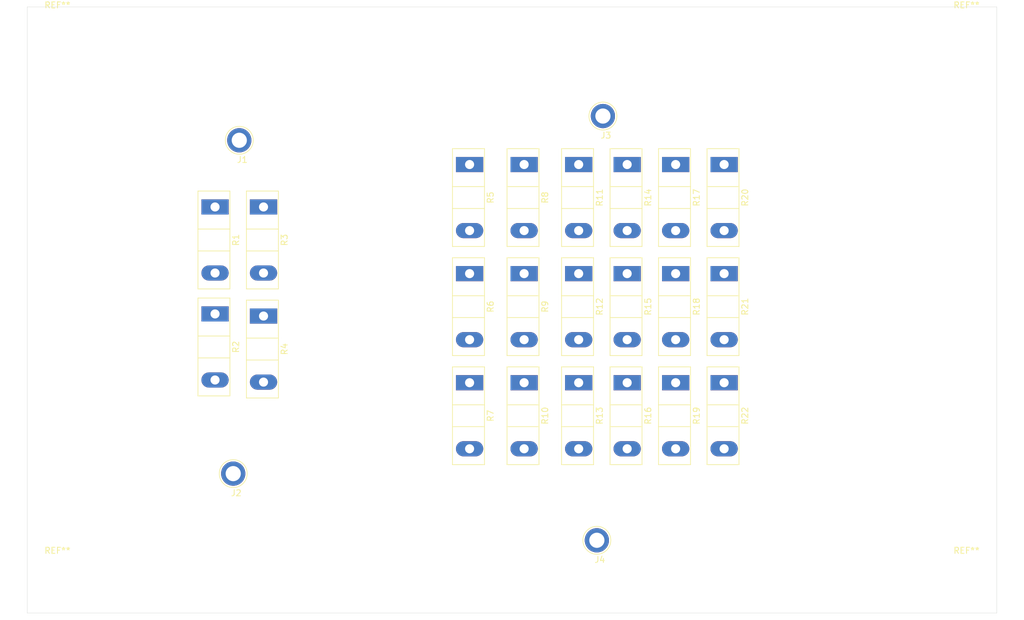
<source format=kicad_pcb>
(kicad_pcb (version 20171130) (host pcbnew "(5.1.0)-1")

  (general
    (thickness 1.6)
    (drawings 4)
    (tracks 0)
    (zones 0)
    (modules 30)
    (nets 19)
  )

  (page A4)
  (layers
    (0 F.Cu signal)
    (31 B.Cu signal)
    (32 B.Adhes user)
    (33 F.Adhes user)
    (34 B.Paste user)
    (35 F.Paste user)
    (36 B.SilkS user)
    (37 F.SilkS user)
    (38 B.Mask user)
    (39 F.Mask user)
    (40 Dwgs.User user)
    (41 Cmts.User user)
    (42 Eco1.User user)
    (43 Eco2.User user)
    (44 Edge.Cuts user)
    (45 Margin user)
    (46 B.CrtYd user)
    (47 F.CrtYd user)
    (48 B.Fab user)
    (49 F.Fab user)
  )

  (setup
    (last_trace_width 0.25)
    (trace_clearance 0.2)
    (zone_clearance 0.508)
    (zone_45_only no)
    (trace_min 0.2)
    (via_size 0.8)
    (via_drill 0.4)
    (via_min_size 0.4)
    (via_min_drill 0.3)
    (uvia_size 0.3)
    (uvia_drill 0.1)
    (uvias_allowed no)
    (uvia_min_size 0.2)
    (uvia_min_drill 0.1)
    (edge_width 0.05)
    (segment_width 0.2)
    (pcb_text_width 0.3)
    (pcb_text_size 1.5 1.5)
    (mod_edge_width 0.12)
    (mod_text_size 1 1)
    (mod_text_width 0.15)
    (pad_size 1.524 1.524)
    (pad_drill 0.762)
    (pad_to_mask_clearance 0.051)
    (solder_mask_min_width 0.25)
    (aux_axis_origin 0 0)
    (visible_elements FFFFFF7F)
    (pcbplotparams
      (layerselection 0x010fc_ffffffff)
      (usegerberextensions false)
      (usegerberattributes false)
      (usegerberadvancedattributes false)
      (creategerberjobfile false)
      (excludeedgelayer true)
      (linewidth 0.100000)
      (plotframeref false)
      (viasonmask false)
      (mode 1)
      (useauxorigin false)
      (hpglpennumber 1)
      (hpglpenspeed 20)
      (hpglpendiameter 15.000000)
      (psnegative false)
      (psa4output false)
      (plotreference true)
      (plotvalue true)
      (plotinvisibletext false)
      (padsonsilk false)
      (subtractmaskfromsilk false)
      (outputformat 1)
      (mirror false)
      (drillshape 1)
      (scaleselection 1)
      (outputdirectory ""))
  )

  (net 0 "")
  (net 1 "Net-(J1-Pad1)")
  (net 2 "Net-(J2-Pad1)")
  (net 3 "Net-(J3-Pad1)")
  (net 4 "Net-(J4-Pad1)")
  (net 5 "Net-(R1-Pad2)")
  (net 6 "Net-(R3-Pad2)")
  (net 7 "Net-(R5-Pad2)")
  (net 8 "Net-(R6-Pad2)")
  (net 9 "Net-(R8-Pad2)")
  (net 10 "Net-(R10-Pad1)")
  (net 11 "Net-(R11-Pad2)")
  (net 12 "Net-(R12-Pad2)")
  (net 13 "Net-(R14-Pad2)")
  (net 14 "Net-(R15-Pad2)")
  (net 15 "Net-(R17-Pad2)")
  (net 16 "Net-(R18-Pad2)")
  (net 17 "Net-(R20-Pad2)")
  (net 18 "Net-(R21-Pad2)")

  (net_class Default "This is the default net class."
    (clearance 0.2)
    (trace_width 0.25)
    (via_dia 0.8)
    (via_drill 0.4)
    (uvia_dia 0.3)
    (uvia_drill 0.1)
    (add_net "Net-(J1-Pad1)")
    (add_net "Net-(J2-Pad1)")
    (add_net "Net-(J3-Pad1)")
    (add_net "Net-(J4-Pad1)")
    (add_net "Net-(R1-Pad2)")
    (add_net "Net-(R10-Pad1)")
    (add_net "Net-(R11-Pad2)")
    (add_net "Net-(R12-Pad2)")
    (add_net "Net-(R14-Pad2)")
    (add_net "Net-(R15-Pad2)")
    (add_net "Net-(R17-Pad2)")
    (add_net "Net-(R18-Pad2)")
    (add_net "Net-(R20-Pad2)")
    (add_net "Net-(R21-Pad2)")
    (add_net "Net-(R3-Pad2)")
    (add_net "Net-(R5-Pad2)")
    (add_net "Net-(R6-Pad2)")
    (add_net "Net-(R8-Pad2)")
  )

  (module MountingHole:MountingHole_4.3mm_M4 (layer F.Cu) (tedit 56D1B4CB) (tstamp 5CD0C2ED)
    (at 35 125)
    (descr "Mounting Hole 4.3mm, no annular, M4")
    (tags "mounting hole 4.3mm no annular m4")
    (attr virtual)
    (fp_text reference REF** (at 0 -5.3) (layer F.SilkS)
      (effects (font (size 1 1) (thickness 0.15)))
    )
    (fp_text value MountingHole_4.3mm_M4 (at 0 5.3) (layer F.Fab)
      (effects (font (size 1 1) (thickness 0.15)))
    )
    (fp_circle (center 0 0) (end 4.55 0) (layer F.CrtYd) (width 0.05))
    (fp_circle (center 0 0) (end 4.3 0) (layer Cmts.User) (width 0.15))
    (fp_text user %R (at 0.3 0) (layer F.Fab)
      (effects (font (size 1 1) (thickness 0.15)))
    )
    (pad 1 np_thru_hole circle (at 0 0) (size 4.3 4.3) (drill 4.3) (layers *.Cu *.Mask))
  )

  (module MountingHole:MountingHole_4.3mm_M4 (layer F.Cu) (tedit 56D1B4CB) (tstamp 5CD0C2D0)
    (at 185 125)
    (descr "Mounting Hole 4.3mm, no annular, M4")
    (tags "mounting hole 4.3mm no annular m4")
    (attr virtual)
    (fp_text reference REF** (at 0 -5.3) (layer F.SilkS)
      (effects (font (size 1 1) (thickness 0.15)))
    )
    (fp_text value MountingHole_4.3mm_M4 (at 0 5.3) (layer F.Fab)
      (effects (font (size 1 1) (thickness 0.15)))
    )
    (fp_circle (center 0 0) (end 4.55 0) (layer F.CrtYd) (width 0.05))
    (fp_circle (center 0 0) (end 4.3 0) (layer Cmts.User) (width 0.15))
    (fp_text user %R (at 0.3 0) (layer F.Fab)
      (effects (font (size 1 1) (thickness 0.15)))
    )
    (pad 1 np_thru_hole circle (at 0 0) (size 4.3 4.3) (drill 4.3) (layers *.Cu *.Mask))
  )

  (module MountingHole:MountingHole_4.3mm_M4 (layer F.Cu) (tedit 56D1B4CB) (tstamp 5CD0C2B3)
    (at 185 35)
    (descr "Mounting Hole 4.3mm, no annular, M4")
    (tags "mounting hole 4.3mm no annular m4")
    (attr virtual)
    (fp_text reference REF** (at 0 -5.3) (layer F.SilkS)
      (effects (font (size 1 1) (thickness 0.15)))
    )
    (fp_text value MountingHole_4.3mm_M4 (at 0 5.3) (layer F.Fab)
      (effects (font (size 1 1) (thickness 0.15)))
    )
    (fp_circle (center 0 0) (end 4.55 0) (layer F.CrtYd) (width 0.05))
    (fp_circle (center 0 0) (end 4.3 0) (layer Cmts.User) (width 0.15))
    (fp_text user %R (at 0.3 0) (layer F.Fab)
      (effects (font (size 1 1) (thickness 0.15)))
    )
    (pad 1 np_thru_hole circle (at 0 0) (size 4.3 4.3) (drill 4.3) (layers *.Cu *.Mask))
  )

  (module MountingHole:MountingHole_4.3mm_M4 (layer F.Cu) (tedit 56D1B4CB) (tstamp 5CD0C281)
    (at 35 35)
    (descr "Mounting Hole 4.3mm, no annular, M4")
    (tags "mounting hole 4.3mm no annular m4")
    (attr virtual)
    (fp_text reference REF** (at 0 -5.3) (layer F.SilkS)
      (effects (font (size 1 1) (thickness 0.15)))
    )
    (fp_text value MountingHole_4.3mm_M4 (at 0 5.3) (layer F.Fab)
      (effects (font (size 1 1) (thickness 0.15)))
    )
    (fp_circle (center 0 0) (end 4.55 0) (layer F.CrtYd) (width 0.05))
    (fp_circle (center 0 0) (end 4.3 0) (layer Cmts.User) (width 0.15))
    (fp_text user %R (at 0.3 0) (layer F.Fab)
      (effects (font (size 1 1) (thickness 0.15)))
    )
    (pad 1 np_thru_hole circle (at 0 0) (size 4.3 4.3) (drill 4.3) (layers *.Cu *.Mask))
  )

  (module Package_TO_SOT_THT:TO-247-2_Vertical (layer F.Cu) (tedit 5AC86DC3) (tstamp 5CD0BF18)
    (at 145 92 270)
    (descr "TO-247-2, Vertical, RM 10.9mm, see https://toshiba.semicon-storage.com/us/product/mosfet/to-247-4l.html")
    (tags "TO-247-2 Vertical RM 10.9mm")
    (path /5CDB5737)
    (fp_text reference R22 (at 5.45 -3.45 270) (layer F.SilkS)
      (effects (font (size 1 1) (thickness 0.15)))
    )
    (fp_text value 20 (at 5.45 3.95 270) (layer F.Fab)
      (effects (font (size 1 1) (thickness 0.15)))
    )
    (fp_text user %R (at 5.45 -3.45 270) (layer F.Fab)
      (effects (font (size 1 1) (thickness 0.15)))
    )
    (fp_line (start 13.65 -2.59) (end -2.75 -2.59) (layer F.CrtYd) (width 0.05))
    (fp_line (start 13.65 2.95) (end 13.65 -2.59) (layer F.CrtYd) (width 0.05))
    (fp_line (start -2.75 2.95) (end 13.65 2.95) (layer F.CrtYd) (width 0.05))
    (fp_line (start -2.75 -2.59) (end -2.75 2.95) (layer F.CrtYd) (width 0.05))
    (fp_line (start 7.255 -2.451) (end 7.255 2.82) (layer F.SilkS) (width 0.12))
    (fp_line (start 3.646 -2.451) (end 3.646 2.82) (layer F.SilkS) (width 0.12))
    (fp_line (start 13.52 -2.451) (end 13.52 2.82) (layer F.SilkS) (width 0.12))
    (fp_line (start -2.62 -2.451) (end -2.62 2.82) (layer F.SilkS) (width 0.12))
    (fp_line (start -2.62 2.82) (end 13.52 2.82) (layer F.SilkS) (width 0.12))
    (fp_line (start -2.62 -2.451) (end 13.52 -2.451) (layer F.SilkS) (width 0.12))
    (fp_line (start 7.255 -2.33) (end 7.255 2.7) (layer F.Fab) (width 0.1))
    (fp_line (start 3.645 -2.33) (end 3.645 2.7) (layer F.Fab) (width 0.1))
    (fp_line (start 13.4 -2.33) (end -2.5 -2.33) (layer F.Fab) (width 0.1))
    (fp_line (start 13.4 2.7) (end 13.4 -2.33) (layer F.Fab) (width 0.1))
    (fp_line (start -2.5 2.7) (end 13.4 2.7) (layer F.Fab) (width 0.1))
    (fp_line (start -2.5 -2.33) (end -2.5 2.7) (layer F.Fab) (width 0.1))
    (pad 2 thru_hole oval (at 10.9 0 270) (size 2.5 4.5) (drill 1.5) (layers *.Cu *.Mask)
      (net 4 "Net-(J4-Pad1)"))
    (pad 1 thru_hole rect (at 0 0 270) (size 2.5 4.5) (drill 1.5) (layers *.Cu *.Mask)
      (net 18 "Net-(R21-Pad2)"))
    (model ${KISYS3DMOD}/Package_TO_SOT_THT.3dshapes/TO-247-2_Vertical.wrl
      (at (xyz 0 0 0))
      (scale (xyz 1 1 1))
      (rotate (xyz 0 0 0))
    )
  )

  (module Package_TO_SOT_THT:TO-247-2_Vertical (layer F.Cu) (tedit 5AC86DC3) (tstamp 5CD0BF01)
    (at 145 74 270)
    (descr "TO-247-2, Vertical, RM 10.9mm, see https://toshiba.semicon-storage.com/us/product/mosfet/to-247-4l.html")
    (tags "TO-247-2 Vertical RM 10.9mm")
    (path /5CDB5731)
    (fp_text reference R21 (at 5.45 -3.45 270) (layer F.SilkS)
      (effects (font (size 1 1) (thickness 0.15)))
    )
    (fp_text value 20 (at 5.45 3.95 270) (layer F.Fab)
      (effects (font (size 1 1) (thickness 0.15)))
    )
    (fp_text user %R (at 5.45 -3.45 270) (layer F.Fab)
      (effects (font (size 1 1) (thickness 0.15)))
    )
    (fp_line (start 13.65 -2.59) (end -2.75 -2.59) (layer F.CrtYd) (width 0.05))
    (fp_line (start 13.65 2.95) (end 13.65 -2.59) (layer F.CrtYd) (width 0.05))
    (fp_line (start -2.75 2.95) (end 13.65 2.95) (layer F.CrtYd) (width 0.05))
    (fp_line (start -2.75 -2.59) (end -2.75 2.95) (layer F.CrtYd) (width 0.05))
    (fp_line (start 7.255 -2.451) (end 7.255 2.82) (layer F.SilkS) (width 0.12))
    (fp_line (start 3.646 -2.451) (end 3.646 2.82) (layer F.SilkS) (width 0.12))
    (fp_line (start 13.52 -2.451) (end 13.52 2.82) (layer F.SilkS) (width 0.12))
    (fp_line (start -2.62 -2.451) (end -2.62 2.82) (layer F.SilkS) (width 0.12))
    (fp_line (start -2.62 2.82) (end 13.52 2.82) (layer F.SilkS) (width 0.12))
    (fp_line (start -2.62 -2.451) (end 13.52 -2.451) (layer F.SilkS) (width 0.12))
    (fp_line (start 7.255 -2.33) (end 7.255 2.7) (layer F.Fab) (width 0.1))
    (fp_line (start 3.645 -2.33) (end 3.645 2.7) (layer F.Fab) (width 0.1))
    (fp_line (start 13.4 -2.33) (end -2.5 -2.33) (layer F.Fab) (width 0.1))
    (fp_line (start 13.4 2.7) (end 13.4 -2.33) (layer F.Fab) (width 0.1))
    (fp_line (start -2.5 2.7) (end 13.4 2.7) (layer F.Fab) (width 0.1))
    (fp_line (start -2.5 -2.33) (end -2.5 2.7) (layer F.Fab) (width 0.1))
    (pad 2 thru_hole oval (at 10.9 0 270) (size 2.5 4.5) (drill 1.5) (layers *.Cu *.Mask)
      (net 18 "Net-(R21-Pad2)"))
    (pad 1 thru_hole rect (at 0 0 270) (size 2.5 4.5) (drill 1.5) (layers *.Cu *.Mask)
      (net 17 "Net-(R20-Pad2)"))
    (model ${KISYS3DMOD}/Package_TO_SOT_THT.3dshapes/TO-247-2_Vertical.wrl
      (at (xyz 0 0 0))
      (scale (xyz 1 1 1))
      (rotate (xyz 0 0 0))
    )
  )

  (module Package_TO_SOT_THT:TO-247-2_Vertical (layer F.Cu) (tedit 5AC86DC3) (tstamp 5CD0BEEA)
    (at 145 56 270)
    (descr "TO-247-2, Vertical, RM 10.9mm, see https://toshiba.semicon-storage.com/us/product/mosfet/to-247-4l.html")
    (tags "TO-247-2 Vertical RM 10.9mm")
    (path /5CDB572B)
    (fp_text reference R20 (at 5.45 -3.45 270) (layer F.SilkS)
      (effects (font (size 1 1) (thickness 0.15)))
    )
    (fp_text value 20 (at 5.45 3.95 270) (layer F.Fab)
      (effects (font (size 1 1) (thickness 0.15)))
    )
    (fp_text user %R (at 5.45 -3.45 270) (layer F.Fab)
      (effects (font (size 1 1) (thickness 0.15)))
    )
    (fp_line (start 13.65 -2.59) (end -2.75 -2.59) (layer F.CrtYd) (width 0.05))
    (fp_line (start 13.65 2.95) (end 13.65 -2.59) (layer F.CrtYd) (width 0.05))
    (fp_line (start -2.75 2.95) (end 13.65 2.95) (layer F.CrtYd) (width 0.05))
    (fp_line (start -2.75 -2.59) (end -2.75 2.95) (layer F.CrtYd) (width 0.05))
    (fp_line (start 7.255 -2.451) (end 7.255 2.82) (layer F.SilkS) (width 0.12))
    (fp_line (start 3.646 -2.451) (end 3.646 2.82) (layer F.SilkS) (width 0.12))
    (fp_line (start 13.52 -2.451) (end 13.52 2.82) (layer F.SilkS) (width 0.12))
    (fp_line (start -2.62 -2.451) (end -2.62 2.82) (layer F.SilkS) (width 0.12))
    (fp_line (start -2.62 2.82) (end 13.52 2.82) (layer F.SilkS) (width 0.12))
    (fp_line (start -2.62 -2.451) (end 13.52 -2.451) (layer F.SilkS) (width 0.12))
    (fp_line (start 7.255 -2.33) (end 7.255 2.7) (layer F.Fab) (width 0.1))
    (fp_line (start 3.645 -2.33) (end 3.645 2.7) (layer F.Fab) (width 0.1))
    (fp_line (start 13.4 -2.33) (end -2.5 -2.33) (layer F.Fab) (width 0.1))
    (fp_line (start 13.4 2.7) (end 13.4 -2.33) (layer F.Fab) (width 0.1))
    (fp_line (start -2.5 2.7) (end 13.4 2.7) (layer F.Fab) (width 0.1))
    (fp_line (start -2.5 -2.33) (end -2.5 2.7) (layer F.Fab) (width 0.1))
    (pad 2 thru_hole oval (at 10.9 0 270) (size 2.5 4.5) (drill 1.5) (layers *.Cu *.Mask)
      (net 17 "Net-(R20-Pad2)"))
    (pad 1 thru_hole rect (at 0 0 270) (size 2.5 4.5) (drill 1.5) (layers *.Cu *.Mask)
      (net 3 "Net-(J3-Pad1)"))
    (model ${KISYS3DMOD}/Package_TO_SOT_THT.3dshapes/TO-247-2_Vertical.wrl
      (at (xyz 0 0 0))
      (scale (xyz 1 1 1))
      (rotate (xyz 0 0 0))
    )
  )

  (module Package_TO_SOT_THT:TO-247-2_Vertical (layer F.Cu) (tedit 5AC86DC3) (tstamp 5CD0BED3)
    (at 137 92 270)
    (descr "TO-247-2, Vertical, RM 10.9mm, see https://toshiba.semicon-storage.com/us/product/mosfet/to-247-4l.html")
    (tags "TO-247-2 Vertical RM 10.9mm")
    (path /5CDB5723)
    (fp_text reference R19 (at 5.45 -3.45 270) (layer F.SilkS)
      (effects (font (size 1 1) (thickness 0.15)))
    )
    (fp_text value 20 (at 5.45 3.95 270) (layer F.Fab)
      (effects (font (size 1 1) (thickness 0.15)))
    )
    (fp_text user %R (at 5.45 -3.45 270) (layer F.Fab)
      (effects (font (size 1 1) (thickness 0.15)))
    )
    (fp_line (start 13.65 -2.59) (end -2.75 -2.59) (layer F.CrtYd) (width 0.05))
    (fp_line (start 13.65 2.95) (end 13.65 -2.59) (layer F.CrtYd) (width 0.05))
    (fp_line (start -2.75 2.95) (end 13.65 2.95) (layer F.CrtYd) (width 0.05))
    (fp_line (start -2.75 -2.59) (end -2.75 2.95) (layer F.CrtYd) (width 0.05))
    (fp_line (start 7.255 -2.451) (end 7.255 2.82) (layer F.SilkS) (width 0.12))
    (fp_line (start 3.646 -2.451) (end 3.646 2.82) (layer F.SilkS) (width 0.12))
    (fp_line (start 13.52 -2.451) (end 13.52 2.82) (layer F.SilkS) (width 0.12))
    (fp_line (start -2.62 -2.451) (end -2.62 2.82) (layer F.SilkS) (width 0.12))
    (fp_line (start -2.62 2.82) (end 13.52 2.82) (layer F.SilkS) (width 0.12))
    (fp_line (start -2.62 -2.451) (end 13.52 -2.451) (layer F.SilkS) (width 0.12))
    (fp_line (start 7.255 -2.33) (end 7.255 2.7) (layer F.Fab) (width 0.1))
    (fp_line (start 3.645 -2.33) (end 3.645 2.7) (layer F.Fab) (width 0.1))
    (fp_line (start 13.4 -2.33) (end -2.5 -2.33) (layer F.Fab) (width 0.1))
    (fp_line (start 13.4 2.7) (end 13.4 -2.33) (layer F.Fab) (width 0.1))
    (fp_line (start -2.5 2.7) (end 13.4 2.7) (layer F.Fab) (width 0.1))
    (fp_line (start -2.5 -2.33) (end -2.5 2.7) (layer F.Fab) (width 0.1))
    (pad 2 thru_hole oval (at 10.9 0 270) (size 2.5 4.5) (drill 1.5) (layers *.Cu *.Mask)
      (net 4 "Net-(J4-Pad1)"))
    (pad 1 thru_hole rect (at 0 0 270) (size 2.5 4.5) (drill 1.5) (layers *.Cu *.Mask)
      (net 16 "Net-(R18-Pad2)"))
    (model ${KISYS3DMOD}/Package_TO_SOT_THT.3dshapes/TO-247-2_Vertical.wrl
      (at (xyz 0 0 0))
      (scale (xyz 1 1 1))
      (rotate (xyz 0 0 0))
    )
  )

  (module Package_TO_SOT_THT:TO-247-2_Vertical (layer F.Cu) (tedit 5AC86DC3) (tstamp 5CD0BEBC)
    (at 137 74 270)
    (descr "TO-247-2, Vertical, RM 10.9mm, see https://toshiba.semicon-storage.com/us/product/mosfet/to-247-4l.html")
    (tags "TO-247-2 Vertical RM 10.9mm")
    (path /5CDB571D)
    (fp_text reference R18 (at 5.45 -3.45 270) (layer F.SilkS)
      (effects (font (size 1 1) (thickness 0.15)))
    )
    (fp_text value 20 (at 5.45 3.95 270) (layer F.Fab)
      (effects (font (size 1 1) (thickness 0.15)))
    )
    (fp_text user %R (at 5.45 -3.45 270) (layer F.Fab)
      (effects (font (size 1 1) (thickness 0.15)))
    )
    (fp_line (start 13.65 -2.59) (end -2.75 -2.59) (layer F.CrtYd) (width 0.05))
    (fp_line (start 13.65 2.95) (end 13.65 -2.59) (layer F.CrtYd) (width 0.05))
    (fp_line (start -2.75 2.95) (end 13.65 2.95) (layer F.CrtYd) (width 0.05))
    (fp_line (start -2.75 -2.59) (end -2.75 2.95) (layer F.CrtYd) (width 0.05))
    (fp_line (start 7.255 -2.451) (end 7.255 2.82) (layer F.SilkS) (width 0.12))
    (fp_line (start 3.646 -2.451) (end 3.646 2.82) (layer F.SilkS) (width 0.12))
    (fp_line (start 13.52 -2.451) (end 13.52 2.82) (layer F.SilkS) (width 0.12))
    (fp_line (start -2.62 -2.451) (end -2.62 2.82) (layer F.SilkS) (width 0.12))
    (fp_line (start -2.62 2.82) (end 13.52 2.82) (layer F.SilkS) (width 0.12))
    (fp_line (start -2.62 -2.451) (end 13.52 -2.451) (layer F.SilkS) (width 0.12))
    (fp_line (start 7.255 -2.33) (end 7.255 2.7) (layer F.Fab) (width 0.1))
    (fp_line (start 3.645 -2.33) (end 3.645 2.7) (layer F.Fab) (width 0.1))
    (fp_line (start 13.4 -2.33) (end -2.5 -2.33) (layer F.Fab) (width 0.1))
    (fp_line (start 13.4 2.7) (end 13.4 -2.33) (layer F.Fab) (width 0.1))
    (fp_line (start -2.5 2.7) (end 13.4 2.7) (layer F.Fab) (width 0.1))
    (fp_line (start -2.5 -2.33) (end -2.5 2.7) (layer F.Fab) (width 0.1))
    (pad 2 thru_hole oval (at 10.9 0 270) (size 2.5 4.5) (drill 1.5) (layers *.Cu *.Mask)
      (net 16 "Net-(R18-Pad2)"))
    (pad 1 thru_hole rect (at 0 0 270) (size 2.5 4.5) (drill 1.5) (layers *.Cu *.Mask)
      (net 15 "Net-(R17-Pad2)"))
    (model ${KISYS3DMOD}/Package_TO_SOT_THT.3dshapes/TO-247-2_Vertical.wrl
      (at (xyz 0 0 0))
      (scale (xyz 1 1 1))
      (rotate (xyz 0 0 0))
    )
  )

  (module Package_TO_SOT_THT:TO-247-2_Vertical (layer F.Cu) (tedit 5AC86DC3) (tstamp 5CD0BEA5)
    (at 137 56 270)
    (descr "TO-247-2, Vertical, RM 10.9mm, see https://toshiba.semicon-storage.com/us/product/mosfet/to-247-4l.html")
    (tags "TO-247-2 Vertical RM 10.9mm")
    (path /5CDB5717)
    (fp_text reference R17 (at 5.45 -3.45 270) (layer F.SilkS)
      (effects (font (size 1 1) (thickness 0.15)))
    )
    (fp_text value 20 (at 5.45 3.95 270) (layer F.Fab)
      (effects (font (size 1 1) (thickness 0.15)))
    )
    (fp_text user %R (at 5.45 -3.45 270) (layer F.Fab)
      (effects (font (size 1 1) (thickness 0.15)))
    )
    (fp_line (start 13.65 -2.59) (end -2.75 -2.59) (layer F.CrtYd) (width 0.05))
    (fp_line (start 13.65 2.95) (end 13.65 -2.59) (layer F.CrtYd) (width 0.05))
    (fp_line (start -2.75 2.95) (end 13.65 2.95) (layer F.CrtYd) (width 0.05))
    (fp_line (start -2.75 -2.59) (end -2.75 2.95) (layer F.CrtYd) (width 0.05))
    (fp_line (start 7.255 -2.451) (end 7.255 2.82) (layer F.SilkS) (width 0.12))
    (fp_line (start 3.646 -2.451) (end 3.646 2.82) (layer F.SilkS) (width 0.12))
    (fp_line (start 13.52 -2.451) (end 13.52 2.82) (layer F.SilkS) (width 0.12))
    (fp_line (start -2.62 -2.451) (end -2.62 2.82) (layer F.SilkS) (width 0.12))
    (fp_line (start -2.62 2.82) (end 13.52 2.82) (layer F.SilkS) (width 0.12))
    (fp_line (start -2.62 -2.451) (end 13.52 -2.451) (layer F.SilkS) (width 0.12))
    (fp_line (start 7.255 -2.33) (end 7.255 2.7) (layer F.Fab) (width 0.1))
    (fp_line (start 3.645 -2.33) (end 3.645 2.7) (layer F.Fab) (width 0.1))
    (fp_line (start 13.4 -2.33) (end -2.5 -2.33) (layer F.Fab) (width 0.1))
    (fp_line (start 13.4 2.7) (end 13.4 -2.33) (layer F.Fab) (width 0.1))
    (fp_line (start -2.5 2.7) (end 13.4 2.7) (layer F.Fab) (width 0.1))
    (fp_line (start -2.5 -2.33) (end -2.5 2.7) (layer F.Fab) (width 0.1))
    (pad 2 thru_hole oval (at 10.9 0 270) (size 2.5 4.5) (drill 1.5) (layers *.Cu *.Mask)
      (net 15 "Net-(R17-Pad2)"))
    (pad 1 thru_hole rect (at 0 0 270) (size 2.5 4.5) (drill 1.5) (layers *.Cu *.Mask)
      (net 3 "Net-(J3-Pad1)"))
    (model ${KISYS3DMOD}/Package_TO_SOT_THT.3dshapes/TO-247-2_Vertical.wrl
      (at (xyz 0 0 0))
      (scale (xyz 1 1 1))
      (rotate (xyz 0 0 0))
    )
  )

  (module Package_TO_SOT_THT:TO-247-2_Vertical (layer F.Cu) (tedit 5AC86DC3) (tstamp 5CD0BE8E)
    (at 129 92 270)
    (descr "TO-247-2, Vertical, RM 10.9mm, see https://toshiba.semicon-storage.com/us/product/mosfet/to-247-4l.html")
    (tags "TO-247-2 Vertical RM 10.9mm")
    (path /5CDAE460)
    (fp_text reference R16 (at 5.45 -3.45 270) (layer F.SilkS)
      (effects (font (size 1 1) (thickness 0.15)))
    )
    (fp_text value 20 (at 5.45 3.95 270) (layer F.Fab)
      (effects (font (size 1 1) (thickness 0.15)))
    )
    (fp_text user %R (at 5.45 -3.45 270) (layer F.Fab)
      (effects (font (size 1 1) (thickness 0.15)))
    )
    (fp_line (start 13.65 -2.59) (end -2.75 -2.59) (layer F.CrtYd) (width 0.05))
    (fp_line (start 13.65 2.95) (end 13.65 -2.59) (layer F.CrtYd) (width 0.05))
    (fp_line (start -2.75 2.95) (end 13.65 2.95) (layer F.CrtYd) (width 0.05))
    (fp_line (start -2.75 -2.59) (end -2.75 2.95) (layer F.CrtYd) (width 0.05))
    (fp_line (start 7.255 -2.451) (end 7.255 2.82) (layer F.SilkS) (width 0.12))
    (fp_line (start 3.646 -2.451) (end 3.646 2.82) (layer F.SilkS) (width 0.12))
    (fp_line (start 13.52 -2.451) (end 13.52 2.82) (layer F.SilkS) (width 0.12))
    (fp_line (start -2.62 -2.451) (end -2.62 2.82) (layer F.SilkS) (width 0.12))
    (fp_line (start -2.62 2.82) (end 13.52 2.82) (layer F.SilkS) (width 0.12))
    (fp_line (start -2.62 -2.451) (end 13.52 -2.451) (layer F.SilkS) (width 0.12))
    (fp_line (start 7.255 -2.33) (end 7.255 2.7) (layer F.Fab) (width 0.1))
    (fp_line (start 3.645 -2.33) (end 3.645 2.7) (layer F.Fab) (width 0.1))
    (fp_line (start 13.4 -2.33) (end -2.5 -2.33) (layer F.Fab) (width 0.1))
    (fp_line (start 13.4 2.7) (end 13.4 -2.33) (layer F.Fab) (width 0.1))
    (fp_line (start -2.5 2.7) (end 13.4 2.7) (layer F.Fab) (width 0.1))
    (fp_line (start -2.5 -2.33) (end -2.5 2.7) (layer F.Fab) (width 0.1))
    (pad 2 thru_hole oval (at 10.9 0 270) (size 2.5 4.5) (drill 1.5) (layers *.Cu *.Mask)
      (net 4 "Net-(J4-Pad1)"))
    (pad 1 thru_hole rect (at 0 0 270) (size 2.5 4.5) (drill 1.5) (layers *.Cu *.Mask)
      (net 14 "Net-(R15-Pad2)"))
    (model ${KISYS3DMOD}/Package_TO_SOT_THT.3dshapes/TO-247-2_Vertical.wrl
      (at (xyz 0 0 0))
      (scale (xyz 1 1 1))
      (rotate (xyz 0 0 0))
    )
  )

  (module Package_TO_SOT_THT:TO-247-2_Vertical (layer F.Cu) (tedit 5AC86DC3) (tstamp 5CD0BE77)
    (at 129 74 270)
    (descr "TO-247-2, Vertical, RM 10.9mm, see https://toshiba.semicon-storage.com/us/product/mosfet/to-247-4l.html")
    (tags "TO-247-2 Vertical RM 10.9mm")
    (path /5CDAE45A)
    (fp_text reference R15 (at 5.45 -3.45 270) (layer F.SilkS)
      (effects (font (size 1 1) (thickness 0.15)))
    )
    (fp_text value 20 (at 5.45 3.95 270) (layer F.Fab)
      (effects (font (size 1 1) (thickness 0.15)))
    )
    (fp_text user %R (at 5.45 -3.45 270) (layer F.Fab)
      (effects (font (size 1 1) (thickness 0.15)))
    )
    (fp_line (start 13.65 -2.59) (end -2.75 -2.59) (layer F.CrtYd) (width 0.05))
    (fp_line (start 13.65 2.95) (end 13.65 -2.59) (layer F.CrtYd) (width 0.05))
    (fp_line (start -2.75 2.95) (end 13.65 2.95) (layer F.CrtYd) (width 0.05))
    (fp_line (start -2.75 -2.59) (end -2.75 2.95) (layer F.CrtYd) (width 0.05))
    (fp_line (start 7.255 -2.451) (end 7.255 2.82) (layer F.SilkS) (width 0.12))
    (fp_line (start 3.646 -2.451) (end 3.646 2.82) (layer F.SilkS) (width 0.12))
    (fp_line (start 13.52 -2.451) (end 13.52 2.82) (layer F.SilkS) (width 0.12))
    (fp_line (start -2.62 -2.451) (end -2.62 2.82) (layer F.SilkS) (width 0.12))
    (fp_line (start -2.62 2.82) (end 13.52 2.82) (layer F.SilkS) (width 0.12))
    (fp_line (start -2.62 -2.451) (end 13.52 -2.451) (layer F.SilkS) (width 0.12))
    (fp_line (start 7.255 -2.33) (end 7.255 2.7) (layer F.Fab) (width 0.1))
    (fp_line (start 3.645 -2.33) (end 3.645 2.7) (layer F.Fab) (width 0.1))
    (fp_line (start 13.4 -2.33) (end -2.5 -2.33) (layer F.Fab) (width 0.1))
    (fp_line (start 13.4 2.7) (end 13.4 -2.33) (layer F.Fab) (width 0.1))
    (fp_line (start -2.5 2.7) (end 13.4 2.7) (layer F.Fab) (width 0.1))
    (fp_line (start -2.5 -2.33) (end -2.5 2.7) (layer F.Fab) (width 0.1))
    (pad 2 thru_hole oval (at 10.9 0 270) (size 2.5 4.5) (drill 1.5) (layers *.Cu *.Mask)
      (net 14 "Net-(R15-Pad2)"))
    (pad 1 thru_hole rect (at 0 0 270) (size 2.5 4.5) (drill 1.5) (layers *.Cu *.Mask)
      (net 13 "Net-(R14-Pad2)"))
    (model ${KISYS3DMOD}/Package_TO_SOT_THT.3dshapes/TO-247-2_Vertical.wrl
      (at (xyz 0 0 0))
      (scale (xyz 1 1 1))
      (rotate (xyz 0 0 0))
    )
  )

  (module Package_TO_SOT_THT:TO-247-2_Vertical (layer F.Cu) (tedit 5AC86DC3) (tstamp 5CD0BE60)
    (at 129 56 270)
    (descr "TO-247-2, Vertical, RM 10.9mm, see https://toshiba.semicon-storage.com/us/product/mosfet/to-247-4l.html")
    (tags "TO-247-2 Vertical RM 10.9mm")
    (path /5CDAE454)
    (fp_text reference R14 (at 5.45 -3.45 270) (layer F.SilkS)
      (effects (font (size 1 1) (thickness 0.15)))
    )
    (fp_text value 20 (at 5.45 3.95 270) (layer F.Fab)
      (effects (font (size 1 1) (thickness 0.15)))
    )
    (fp_text user %R (at 5.45 -3.45 270) (layer F.Fab)
      (effects (font (size 1 1) (thickness 0.15)))
    )
    (fp_line (start 13.65 -2.59) (end -2.75 -2.59) (layer F.CrtYd) (width 0.05))
    (fp_line (start 13.65 2.95) (end 13.65 -2.59) (layer F.CrtYd) (width 0.05))
    (fp_line (start -2.75 2.95) (end 13.65 2.95) (layer F.CrtYd) (width 0.05))
    (fp_line (start -2.75 -2.59) (end -2.75 2.95) (layer F.CrtYd) (width 0.05))
    (fp_line (start 7.255 -2.451) (end 7.255 2.82) (layer F.SilkS) (width 0.12))
    (fp_line (start 3.646 -2.451) (end 3.646 2.82) (layer F.SilkS) (width 0.12))
    (fp_line (start 13.52 -2.451) (end 13.52 2.82) (layer F.SilkS) (width 0.12))
    (fp_line (start -2.62 -2.451) (end -2.62 2.82) (layer F.SilkS) (width 0.12))
    (fp_line (start -2.62 2.82) (end 13.52 2.82) (layer F.SilkS) (width 0.12))
    (fp_line (start -2.62 -2.451) (end 13.52 -2.451) (layer F.SilkS) (width 0.12))
    (fp_line (start 7.255 -2.33) (end 7.255 2.7) (layer F.Fab) (width 0.1))
    (fp_line (start 3.645 -2.33) (end 3.645 2.7) (layer F.Fab) (width 0.1))
    (fp_line (start 13.4 -2.33) (end -2.5 -2.33) (layer F.Fab) (width 0.1))
    (fp_line (start 13.4 2.7) (end 13.4 -2.33) (layer F.Fab) (width 0.1))
    (fp_line (start -2.5 2.7) (end 13.4 2.7) (layer F.Fab) (width 0.1))
    (fp_line (start -2.5 -2.33) (end -2.5 2.7) (layer F.Fab) (width 0.1))
    (pad 2 thru_hole oval (at 10.9 0 270) (size 2.5 4.5) (drill 1.5) (layers *.Cu *.Mask)
      (net 13 "Net-(R14-Pad2)"))
    (pad 1 thru_hole rect (at 0 0 270) (size 2.5 4.5) (drill 1.5) (layers *.Cu *.Mask)
      (net 3 "Net-(J3-Pad1)"))
    (model ${KISYS3DMOD}/Package_TO_SOT_THT.3dshapes/TO-247-2_Vertical.wrl
      (at (xyz 0 0 0))
      (scale (xyz 1 1 1))
      (rotate (xyz 0 0 0))
    )
  )

  (module Package_TO_SOT_THT:TO-247-2_Vertical (layer F.Cu) (tedit 5AC86DC3) (tstamp 5CD0BE49)
    (at 121 92 270)
    (descr "TO-247-2, Vertical, RM 10.9mm, see https://toshiba.semicon-storage.com/us/product/mosfet/to-247-4l.html")
    (tags "TO-247-2 Vertical RM 10.9mm")
    (path /5CDAE44C)
    (fp_text reference R13 (at 5.45 -3.45 270) (layer F.SilkS)
      (effects (font (size 1 1) (thickness 0.15)))
    )
    (fp_text value 20 (at 5.45 3.95 270) (layer F.Fab)
      (effects (font (size 1 1) (thickness 0.15)))
    )
    (fp_text user %R (at 5.45 -3.45 270) (layer F.Fab)
      (effects (font (size 1 1) (thickness 0.15)))
    )
    (fp_line (start 13.65 -2.59) (end -2.75 -2.59) (layer F.CrtYd) (width 0.05))
    (fp_line (start 13.65 2.95) (end 13.65 -2.59) (layer F.CrtYd) (width 0.05))
    (fp_line (start -2.75 2.95) (end 13.65 2.95) (layer F.CrtYd) (width 0.05))
    (fp_line (start -2.75 -2.59) (end -2.75 2.95) (layer F.CrtYd) (width 0.05))
    (fp_line (start 7.255 -2.451) (end 7.255 2.82) (layer F.SilkS) (width 0.12))
    (fp_line (start 3.646 -2.451) (end 3.646 2.82) (layer F.SilkS) (width 0.12))
    (fp_line (start 13.52 -2.451) (end 13.52 2.82) (layer F.SilkS) (width 0.12))
    (fp_line (start -2.62 -2.451) (end -2.62 2.82) (layer F.SilkS) (width 0.12))
    (fp_line (start -2.62 2.82) (end 13.52 2.82) (layer F.SilkS) (width 0.12))
    (fp_line (start -2.62 -2.451) (end 13.52 -2.451) (layer F.SilkS) (width 0.12))
    (fp_line (start 7.255 -2.33) (end 7.255 2.7) (layer F.Fab) (width 0.1))
    (fp_line (start 3.645 -2.33) (end 3.645 2.7) (layer F.Fab) (width 0.1))
    (fp_line (start 13.4 -2.33) (end -2.5 -2.33) (layer F.Fab) (width 0.1))
    (fp_line (start 13.4 2.7) (end 13.4 -2.33) (layer F.Fab) (width 0.1))
    (fp_line (start -2.5 2.7) (end 13.4 2.7) (layer F.Fab) (width 0.1))
    (fp_line (start -2.5 -2.33) (end -2.5 2.7) (layer F.Fab) (width 0.1))
    (pad 2 thru_hole oval (at 10.9 0 270) (size 2.5 4.5) (drill 1.5) (layers *.Cu *.Mask)
      (net 4 "Net-(J4-Pad1)"))
    (pad 1 thru_hole rect (at 0 0 270) (size 2.5 4.5) (drill 1.5) (layers *.Cu *.Mask)
      (net 12 "Net-(R12-Pad2)"))
    (model ${KISYS3DMOD}/Package_TO_SOT_THT.3dshapes/TO-247-2_Vertical.wrl
      (at (xyz 0 0 0))
      (scale (xyz 1 1 1))
      (rotate (xyz 0 0 0))
    )
  )

  (module Package_TO_SOT_THT:TO-247-2_Vertical (layer F.Cu) (tedit 5AC86DC3) (tstamp 5CD0BE32)
    (at 121 74 270)
    (descr "TO-247-2, Vertical, RM 10.9mm, see https://toshiba.semicon-storage.com/us/product/mosfet/to-247-4l.html")
    (tags "TO-247-2 Vertical RM 10.9mm")
    (path /5CDAE446)
    (fp_text reference R12 (at 5.45 -3.45 270) (layer F.SilkS)
      (effects (font (size 1 1) (thickness 0.15)))
    )
    (fp_text value 20 (at 5.45 3.95 270) (layer F.Fab)
      (effects (font (size 1 1) (thickness 0.15)))
    )
    (fp_text user %R (at 5.45 -3.45 270) (layer F.Fab)
      (effects (font (size 1 1) (thickness 0.15)))
    )
    (fp_line (start 13.65 -2.59) (end -2.75 -2.59) (layer F.CrtYd) (width 0.05))
    (fp_line (start 13.65 2.95) (end 13.65 -2.59) (layer F.CrtYd) (width 0.05))
    (fp_line (start -2.75 2.95) (end 13.65 2.95) (layer F.CrtYd) (width 0.05))
    (fp_line (start -2.75 -2.59) (end -2.75 2.95) (layer F.CrtYd) (width 0.05))
    (fp_line (start 7.255 -2.451) (end 7.255 2.82) (layer F.SilkS) (width 0.12))
    (fp_line (start 3.646 -2.451) (end 3.646 2.82) (layer F.SilkS) (width 0.12))
    (fp_line (start 13.52 -2.451) (end 13.52 2.82) (layer F.SilkS) (width 0.12))
    (fp_line (start -2.62 -2.451) (end -2.62 2.82) (layer F.SilkS) (width 0.12))
    (fp_line (start -2.62 2.82) (end 13.52 2.82) (layer F.SilkS) (width 0.12))
    (fp_line (start -2.62 -2.451) (end 13.52 -2.451) (layer F.SilkS) (width 0.12))
    (fp_line (start 7.255 -2.33) (end 7.255 2.7) (layer F.Fab) (width 0.1))
    (fp_line (start 3.645 -2.33) (end 3.645 2.7) (layer F.Fab) (width 0.1))
    (fp_line (start 13.4 -2.33) (end -2.5 -2.33) (layer F.Fab) (width 0.1))
    (fp_line (start 13.4 2.7) (end 13.4 -2.33) (layer F.Fab) (width 0.1))
    (fp_line (start -2.5 2.7) (end 13.4 2.7) (layer F.Fab) (width 0.1))
    (fp_line (start -2.5 -2.33) (end -2.5 2.7) (layer F.Fab) (width 0.1))
    (pad 2 thru_hole oval (at 10.9 0 270) (size 2.5 4.5) (drill 1.5) (layers *.Cu *.Mask)
      (net 12 "Net-(R12-Pad2)"))
    (pad 1 thru_hole rect (at 0 0 270) (size 2.5 4.5) (drill 1.5) (layers *.Cu *.Mask)
      (net 11 "Net-(R11-Pad2)"))
    (model ${KISYS3DMOD}/Package_TO_SOT_THT.3dshapes/TO-247-2_Vertical.wrl
      (at (xyz 0 0 0))
      (scale (xyz 1 1 1))
      (rotate (xyz 0 0 0))
    )
  )

  (module Package_TO_SOT_THT:TO-247-2_Vertical (layer F.Cu) (tedit 5AC86DC3) (tstamp 5CD0BE1B)
    (at 121 56 270)
    (descr "TO-247-2, Vertical, RM 10.9mm, see https://toshiba.semicon-storage.com/us/product/mosfet/to-247-4l.html")
    (tags "TO-247-2 Vertical RM 10.9mm")
    (path /5CDAE440)
    (fp_text reference R11 (at 5.45 -3.45 270) (layer F.SilkS)
      (effects (font (size 1 1) (thickness 0.15)))
    )
    (fp_text value 20 (at 5.45 3.95 270) (layer F.Fab)
      (effects (font (size 1 1) (thickness 0.15)))
    )
    (fp_text user %R (at 5.45 -3.45 270) (layer F.Fab)
      (effects (font (size 1 1) (thickness 0.15)))
    )
    (fp_line (start 13.65 -2.59) (end -2.75 -2.59) (layer F.CrtYd) (width 0.05))
    (fp_line (start 13.65 2.95) (end 13.65 -2.59) (layer F.CrtYd) (width 0.05))
    (fp_line (start -2.75 2.95) (end 13.65 2.95) (layer F.CrtYd) (width 0.05))
    (fp_line (start -2.75 -2.59) (end -2.75 2.95) (layer F.CrtYd) (width 0.05))
    (fp_line (start 7.255 -2.451) (end 7.255 2.82) (layer F.SilkS) (width 0.12))
    (fp_line (start 3.646 -2.451) (end 3.646 2.82) (layer F.SilkS) (width 0.12))
    (fp_line (start 13.52 -2.451) (end 13.52 2.82) (layer F.SilkS) (width 0.12))
    (fp_line (start -2.62 -2.451) (end -2.62 2.82) (layer F.SilkS) (width 0.12))
    (fp_line (start -2.62 2.82) (end 13.52 2.82) (layer F.SilkS) (width 0.12))
    (fp_line (start -2.62 -2.451) (end 13.52 -2.451) (layer F.SilkS) (width 0.12))
    (fp_line (start 7.255 -2.33) (end 7.255 2.7) (layer F.Fab) (width 0.1))
    (fp_line (start 3.645 -2.33) (end 3.645 2.7) (layer F.Fab) (width 0.1))
    (fp_line (start 13.4 -2.33) (end -2.5 -2.33) (layer F.Fab) (width 0.1))
    (fp_line (start 13.4 2.7) (end 13.4 -2.33) (layer F.Fab) (width 0.1))
    (fp_line (start -2.5 2.7) (end 13.4 2.7) (layer F.Fab) (width 0.1))
    (fp_line (start -2.5 -2.33) (end -2.5 2.7) (layer F.Fab) (width 0.1))
    (pad 2 thru_hole oval (at 10.9 0 270) (size 2.5 4.5) (drill 1.5) (layers *.Cu *.Mask)
      (net 11 "Net-(R11-Pad2)"))
    (pad 1 thru_hole rect (at 0 0 270) (size 2.5 4.5) (drill 1.5) (layers *.Cu *.Mask)
      (net 3 "Net-(J3-Pad1)"))
    (model ${KISYS3DMOD}/Package_TO_SOT_THT.3dshapes/TO-247-2_Vertical.wrl
      (at (xyz 0 0 0))
      (scale (xyz 1 1 1))
      (rotate (xyz 0 0 0))
    )
  )

  (module Package_TO_SOT_THT:TO-247-2_Vertical (layer F.Cu) (tedit 5AC86DC3) (tstamp 5CD0BE04)
    (at 112 92 270)
    (descr "TO-247-2, Vertical, RM 10.9mm, see https://toshiba.semicon-storage.com/us/product/mosfet/to-247-4l.html")
    (tags "TO-247-2 Vertical RM 10.9mm")
    (path /5CDAA569)
    (fp_text reference R10 (at 5.45 -3.45 270) (layer F.SilkS)
      (effects (font (size 1 1) (thickness 0.15)))
    )
    (fp_text value 20 (at 5.45 3.95 270) (layer F.Fab)
      (effects (font (size 1 1) (thickness 0.15)))
    )
    (fp_text user %R (at 5.45 -3.45 270) (layer F.Fab)
      (effects (font (size 1 1) (thickness 0.15)))
    )
    (fp_line (start 13.65 -2.59) (end -2.75 -2.59) (layer F.CrtYd) (width 0.05))
    (fp_line (start 13.65 2.95) (end 13.65 -2.59) (layer F.CrtYd) (width 0.05))
    (fp_line (start -2.75 2.95) (end 13.65 2.95) (layer F.CrtYd) (width 0.05))
    (fp_line (start -2.75 -2.59) (end -2.75 2.95) (layer F.CrtYd) (width 0.05))
    (fp_line (start 7.255 -2.451) (end 7.255 2.82) (layer F.SilkS) (width 0.12))
    (fp_line (start 3.646 -2.451) (end 3.646 2.82) (layer F.SilkS) (width 0.12))
    (fp_line (start 13.52 -2.451) (end 13.52 2.82) (layer F.SilkS) (width 0.12))
    (fp_line (start -2.62 -2.451) (end -2.62 2.82) (layer F.SilkS) (width 0.12))
    (fp_line (start -2.62 2.82) (end 13.52 2.82) (layer F.SilkS) (width 0.12))
    (fp_line (start -2.62 -2.451) (end 13.52 -2.451) (layer F.SilkS) (width 0.12))
    (fp_line (start 7.255 -2.33) (end 7.255 2.7) (layer F.Fab) (width 0.1))
    (fp_line (start 3.645 -2.33) (end 3.645 2.7) (layer F.Fab) (width 0.1))
    (fp_line (start 13.4 -2.33) (end -2.5 -2.33) (layer F.Fab) (width 0.1))
    (fp_line (start 13.4 2.7) (end 13.4 -2.33) (layer F.Fab) (width 0.1))
    (fp_line (start -2.5 2.7) (end 13.4 2.7) (layer F.Fab) (width 0.1))
    (fp_line (start -2.5 -2.33) (end -2.5 2.7) (layer F.Fab) (width 0.1))
    (pad 2 thru_hole oval (at 10.9 0 270) (size 2.5 4.5) (drill 1.5) (layers *.Cu *.Mask)
      (net 4 "Net-(J4-Pad1)"))
    (pad 1 thru_hole rect (at 0 0 270) (size 2.5 4.5) (drill 1.5) (layers *.Cu *.Mask)
      (net 10 "Net-(R10-Pad1)"))
    (model ${KISYS3DMOD}/Package_TO_SOT_THT.3dshapes/TO-247-2_Vertical.wrl
      (at (xyz 0 0 0))
      (scale (xyz 1 1 1))
      (rotate (xyz 0 0 0))
    )
  )

  (module Package_TO_SOT_THT:TO-247-2_Vertical (layer F.Cu) (tedit 5AC86DC3) (tstamp 5CD0BDED)
    (at 112 74 270)
    (descr "TO-247-2, Vertical, RM 10.9mm, see https://toshiba.semicon-storage.com/us/product/mosfet/to-247-4l.html")
    (tags "TO-247-2 Vertical RM 10.9mm")
    (path /5CDAA563)
    (fp_text reference R9 (at 5.45 -3.45 270) (layer F.SilkS)
      (effects (font (size 1 1) (thickness 0.15)))
    )
    (fp_text value 20 (at 5.45 3.95 270) (layer F.Fab)
      (effects (font (size 1 1) (thickness 0.15)))
    )
    (fp_text user %R (at 5.45 -3.45 270) (layer F.Fab)
      (effects (font (size 1 1) (thickness 0.15)))
    )
    (fp_line (start 13.65 -2.59) (end -2.75 -2.59) (layer F.CrtYd) (width 0.05))
    (fp_line (start 13.65 2.95) (end 13.65 -2.59) (layer F.CrtYd) (width 0.05))
    (fp_line (start -2.75 2.95) (end 13.65 2.95) (layer F.CrtYd) (width 0.05))
    (fp_line (start -2.75 -2.59) (end -2.75 2.95) (layer F.CrtYd) (width 0.05))
    (fp_line (start 7.255 -2.451) (end 7.255 2.82) (layer F.SilkS) (width 0.12))
    (fp_line (start 3.646 -2.451) (end 3.646 2.82) (layer F.SilkS) (width 0.12))
    (fp_line (start 13.52 -2.451) (end 13.52 2.82) (layer F.SilkS) (width 0.12))
    (fp_line (start -2.62 -2.451) (end -2.62 2.82) (layer F.SilkS) (width 0.12))
    (fp_line (start -2.62 2.82) (end 13.52 2.82) (layer F.SilkS) (width 0.12))
    (fp_line (start -2.62 -2.451) (end 13.52 -2.451) (layer F.SilkS) (width 0.12))
    (fp_line (start 7.255 -2.33) (end 7.255 2.7) (layer F.Fab) (width 0.1))
    (fp_line (start 3.645 -2.33) (end 3.645 2.7) (layer F.Fab) (width 0.1))
    (fp_line (start 13.4 -2.33) (end -2.5 -2.33) (layer F.Fab) (width 0.1))
    (fp_line (start 13.4 2.7) (end 13.4 -2.33) (layer F.Fab) (width 0.1))
    (fp_line (start -2.5 2.7) (end 13.4 2.7) (layer F.Fab) (width 0.1))
    (fp_line (start -2.5 -2.33) (end -2.5 2.7) (layer F.Fab) (width 0.1))
    (pad 2 thru_hole oval (at 10.9 0 270) (size 2.5 4.5) (drill 1.5) (layers *.Cu *.Mask)
      (net 10 "Net-(R10-Pad1)"))
    (pad 1 thru_hole rect (at 0 0 270) (size 2.5 4.5) (drill 1.5) (layers *.Cu *.Mask)
      (net 9 "Net-(R8-Pad2)"))
    (model ${KISYS3DMOD}/Package_TO_SOT_THT.3dshapes/TO-247-2_Vertical.wrl
      (at (xyz 0 0 0))
      (scale (xyz 1 1 1))
      (rotate (xyz 0 0 0))
    )
  )

  (module Package_TO_SOT_THT:TO-247-2_Vertical (layer F.Cu) (tedit 5AC86DC3) (tstamp 5CD0BDD6)
    (at 112 56 270)
    (descr "TO-247-2, Vertical, RM 10.9mm, see https://toshiba.semicon-storage.com/us/product/mosfet/to-247-4l.html")
    (tags "TO-247-2 Vertical RM 10.9mm")
    (path /5CDAA55D)
    (fp_text reference R8 (at 5.45 -3.45 270) (layer F.SilkS)
      (effects (font (size 1 1) (thickness 0.15)))
    )
    (fp_text value 20 (at 5.45 3.95 270) (layer F.Fab)
      (effects (font (size 1 1) (thickness 0.15)))
    )
    (fp_text user %R (at 5.45 -3.45 270) (layer F.Fab)
      (effects (font (size 1 1) (thickness 0.15)))
    )
    (fp_line (start 13.65 -2.59) (end -2.75 -2.59) (layer F.CrtYd) (width 0.05))
    (fp_line (start 13.65 2.95) (end 13.65 -2.59) (layer F.CrtYd) (width 0.05))
    (fp_line (start -2.75 2.95) (end 13.65 2.95) (layer F.CrtYd) (width 0.05))
    (fp_line (start -2.75 -2.59) (end -2.75 2.95) (layer F.CrtYd) (width 0.05))
    (fp_line (start 7.255 -2.451) (end 7.255 2.82) (layer F.SilkS) (width 0.12))
    (fp_line (start 3.646 -2.451) (end 3.646 2.82) (layer F.SilkS) (width 0.12))
    (fp_line (start 13.52 -2.451) (end 13.52 2.82) (layer F.SilkS) (width 0.12))
    (fp_line (start -2.62 -2.451) (end -2.62 2.82) (layer F.SilkS) (width 0.12))
    (fp_line (start -2.62 2.82) (end 13.52 2.82) (layer F.SilkS) (width 0.12))
    (fp_line (start -2.62 -2.451) (end 13.52 -2.451) (layer F.SilkS) (width 0.12))
    (fp_line (start 7.255 -2.33) (end 7.255 2.7) (layer F.Fab) (width 0.1))
    (fp_line (start 3.645 -2.33) (end 3.645 2.7) (layer F.Fab) (width 0.1))
    (fp_line (start 13.4 -2.33) (end -2.5 -2.33) (layer F.Fab) (width 0.1))
    (fp_line (start 13.4 2.7) (end 13.4 -2.33) (layer F.Fab) (width 0.1))
    (fp_line (start -2.5 2.7) (end 13.4 2.7) (layer F.Fab) (width 0.1))
    (fp_line (start -2.5 -2.33) (end -2.5 2.7) (layer F.Fab) (width 0.1))
    (pad 2 thru_hole oval (at 10.9 0 270) (size 2.5 4.5) (drill 1.5) (layers *.Cu *.Mask)
      (net 9 "Net-(R8-Pad2)"))
    (pad 1 thru_hole rect (at 0 0 270) (size 2.5 4.5) (drill 1.5) (layers *.Cu *.Mask)
      (net 3 "Net-(J3-Pad1)"))
    (model ${KISYS3DMOD}/Package_TO_SOT_THT.3dshapes/TO-247-2_Vertical.wrl
      (at (xyz 0 0 0))
      (scale (xyz 1 1 1))
      (rotate (xyz 0 0 0))
    )
  )

  (module Package_TO_SOT_THT:TO-247-2_Vertical (layer F.Cu) (tedit 5AC86DC3) (tstamp 5CD0BDBF)
    (at 103 92 270)
    (descr "TO-247-2, Vertical, RM 10.9mm, see https://toshiba.semicon-storage.com/us/product/mosfet/to-247-4l.html")
    (tags "TO-247-2 Vertical RM 10.9mm")
    (path /5CDA8BA6)
    (fp_text reference R7 (at 5.45 -3.45 270) (layer F.SilkS)
      (effects (font (size 1 1) (thickness 0.15)))
    )
    (fp_text value 20 (at 5.45 3.95 270) (layer F.Fab)
      (effects (font (size 1 1) (thickness 0.15)))
    )
    (fp_text user %R (at 5.45 -3.45 270) (layer F.Fab)
      (effects (font (size 1 1) (thickness 0.15)))
    )
    (fp_line (start 13.65 -2.59) (end -2.75 -2.59) (layer F.CrtYd) (width 0.05))
    (fp_line (start 13.65 2.95) (end 13.65 -2.59) (layer F.CrtYd) (width 0.05))
    (fp_line (start -2.75 2.95) (end 13.65 2.95) (layer F.CrtYd) (width 0.05))
    (fp_line (start -2.75 -2.59) (end -2.75 2.95) (layer F.CrtYd) (width 0.05))
    (fp_line (start 7.255 -2.451) (end 7.255 2.82) (layer F.SilkS) (width 0.12))
    (fp_line (start 3.646 -2.451) (end 3.646 2.82) (layer F.SilkS) (width 0.12))
    (fp_line (start 13.52 -2.451) (end 13.52 2.82) (layer F.SilkS) (width 0.12))
    (fp_line (start -2.62 -2.451) (end -2.62 2.82) (layer F.SilkS) (width 0.12))
    (fp_line (start -2.62 2.82) (end 13.52 2.82) (layer F.SilkS) (width 0.12))
    (fp_line (start -2.62 -2.451) (end 13.52 -2.451) (layer F.SilkS) (width 0.12))
    (fp_line (start 7.255 -2.33) (end 7.255 2.7) (layer F.Fab) (width 0.1))
    (fp_line (start 3.645 -2.33) (end 3.645 2.7) (layer F.Fab) (width 0.1))
    (fp_line (start 13.4 -2.33) (end -2.5 -2.33) (layer F.Fab) (width 0.1))
    (fp_line (start 13.4 2.7) (end 13.4 -2.33) (layer F.Fab) (width 0.1))
    (fp_line (start -2.5 2.7) (end 13.4 2.7) (layer F.Fab) (width 0.1))
    (fp_line (start -2.5 -2.33) (end -2.5 2.7) (layer F.Fab) (width 0.1))
    (pad 2 thru_hole oval (at 10.9 0 270) (size 2.5 4.5) (drill 1.5) (layers *.Cu *.Mask)
      (net 4 "Net-(J4-Pad1)"))
    (pad 1 thru_hole rect (at 0 0 270) (size 2.5 4.5) (drill 1.5) (layers *.Cu *.Mask)
      (net 8 "Net-(R6-Pad2)"))
    (model ${KISYS3DMOD}/Package_TO_SOT_THT.3dshapes/TO-247-2_Vertical.wrl
      (at (xyz 0 0 0))
      (scale (xyz 1 1 1))
      (rotate (xyz 0 0 0))
    )
  )

  (module Package_TO_SOT_THT:TO-247-2_Vertical (layer F.Cu) (tedit 5AC86DC3) (tstamp 5CD0BDA8)
    (at 103 74 270)
    (descr "TO-247-2, Vertical, RM 10.9mm, see https://toshiba.semicon-storage.com/us/product/mosfet/to-247-4l.html")
    (tags "TO-247-2 Vertical RM 10.9mm")
    (path /5CDA8A1F)
    (fp_text reference R6 (at 5.45 -3.45 270) (layer F.SilkS)
      (effects (font (size 1 1) (thickness 0.15)))
    )
    (fp_text value 20 (at 5.45 3.95 270) (layer F.Fab)
      (effects (font (size 1 1) (thickness 0.15)))
    )
    (fp_text user %R (at 5.45 -3.45 270) (layer F.Fab)
      (effects (font (size 1 1) (thickness 0.15)))
    )
    (fp_line (start 13.65 -2.59) (end -2.75 -2.59) (layer F.CrtYd) (width 0.05))
    (fp_line (start 13.65 2.95) (end 13.65 -2.59) (layer F.CrtYd) (width 0.05))
    (fp_line (start -2.75 2.95) (end 13.65 2.95) (layer F.CrtYd) (width 0.05))
    (fp_line (start -2.75 -2.59) (end -2.75 2.95) (layer F.CrtYd) (width 0.05))
    (fp_line (start 7.255 -2.451) (end 7.255 2.82) (layer F.SilkS) (width 0.12))
    (fp_line (start 3.646 -2.451) (end 3.646 2.82) (layer F.SilkS) (width 0.12))
    (fp_line (start 13.52 -2.451) (end 13.52 2.82) (layer F.SilkS) (width 0.12))
    (fp_line (start -2.62 -2.451) (end -2.62 2.82) (layer F.SilkS) (width 0.12))
    (fp_line (start -2.62 2.82) (end 13.52 2.82) (layer F.SilkS) (width 0.12))
    (fp_line (start -2.62 -2.451) (end 13.52 -2.451) (layer F.SilkS) (width 0.12))
    (fp_line (start 7.255 -2.33) (end 7.255 2.7) (layer F.Fab) (width 0.1))
    (fp_line (start 3.645 -2.33) (end 3.645 2.7) (layer F.Fab) (width 0.1))
    (fp_line (start 13.4 -2.33) (end -2.5 -2.33) (layer F.Fab) (width 0.1))
    (fp_line (start 13.4 2.7) (end 13.4 -2.33) (layer F.Fab) (width 0.1))
    (fp_line (start -2.5 2.7) (end 13.4 2.7) (layer F.Fab) (width 0.1))
    (fp_line (start -2.5 -2.33) (end -2.5 2.7) (layer F.Fab) (width 0.1))
    (pad 2 thru_hole oval (at 10.9 0 270) (size 2.5 4.5) (drill 1.5) (layers *.Cu *.Mask)
      (net 8 "Net-(R6-Pad2)"))
    (pad 1 thru_hole rect (at 0 0 270) (size 2.5 4.5) (drill 1.5) (layers *.Cu *.Mask)
      (net 7 "Net-(R5-Pad2)"))
    (model ${KISYS3DMOD}/Package_TO_SOT_THT.3dshapes/TO-247-2_Vertical.wrl
      (at (xyz 0 0 0))
      (scale (xyz 1 1 1))
      (rotate (xyz 0 0 0))
    )
  )

  (module Package_TO_SOT_THT:TO-247-2_Vertical (layer F.Cu) (tedit 5AC86DC3) (tstamp 5CD0BD91)
    (at 103 56 270)
    (descr "TO-247-2, Vertical, RM 10.9mm, see https://toshiba.semicon-storage.com/us/product/mosfet/to-247-4l.html")
    (tags "TO-247-2 Vertical RM 10.9mm")
    (path /5CDA811D)
    (fp_text reference R5 (at 5.45 -3.45 270) (layer F.SilkS)
      (effects (font (size 1 1) (thickness 0.15)))
    )
    (fp_text value 20 (at 5.45 3.95 270) (layer F.Fab)
      (effects (font (size 1 1) (thickness 0.15)))
    )
    (fp_text user %R (at 5.45 -3.45 270) (layer F.Fab)
      (effects (font (size 1 1) (thickness 0.15)))
    )
    (fp_line (start 13.65 -2.59) (end -2.75 -2.59) (layer F.CrtYd) (width 0.05))
    (fp_line (start 13.65 2.95) (end 13.65 -2.59) (layer F.CrtYd) (width 0.05))
    (fp_line (start -2.75 2.95) (end 13.65 2.95) (layer F.CrtYd) (width 0.05))
    (fp_line (start -2.75 -2.59) (end -2.75 2.95) (layer F.CrtYd) (width 0.05))
    (fp_line (start 7.255 -2.451) (end 7.255 2.82) (layer F.SilkS) (width 0.12))
    (fp_line (start 3.646 -2.451) (end 3.646 2.82) (layer F.SilkS) (width 0.12))
    (fp_line (start 13.52 -2.451) (end 13.52 2.82) (layer F.SilkS) (width 0.12))
    (fp_line (start -2.62 -2.451) (end -2.62 2.82) (layer F.SilkS) (width 0.12))
    (fp_line (start -2.62 2.82) (end 13.52 2.82) (layer F.SilkS) (width 0.12))
    (fp_line (start -2.62 -2.451) (end 13.52 -2.451) (layer F.SilkS) (width 0.12))
    (fp_line (start 7.255 -2.33) (end 7.255 2.7) (layer F.Fab) (width 0.1))
    (fp_line (start 3.645 -2.33) (end 3.645 2.7) (layer F.Fab) (width 0.1))
    (fp_line (start 13.4 -2.33) (end -2.5 -2.33) (layer F.Fab) (width 0.1))
    (fp_line (start 13.4 2.7) (end 13.4 -2.33) (layer F.Fab) (width 0.1))
    (fp_line (start -2.5 2.7) (end 13.4 2.7) (layer F.Fab) (width 0.1))
    (fp_line (start -2.5 -2.33) (end -2.5 2.7) (layer F.Fab) (width 0.1))
    (pad 2 thru_hole oval (at 10.9 0 270) (size 2.5 4.5) (drill 1.5) (layers *.Cu *.Mask)
      (net 7 "Net-(R5-Pad2)"))
    (pad 1 thru_hole rect (at 0 0 270) (size 2.5 4.5) (drill 1.5) (layers *.Cu *.Mask)
      (net 3 "Net-(J3-Pad1)"))
    (model ${KISYS3DMOD}/Package_TO_SOT_THT.3dshapes/TO-247-2_Vertical.wrl
      (at (xyz 0 0 0))
      (scale (xyz 1 1 1))
      (rotate (xyz 0 0 0))
    )
  )

  (module Package_TO_SOT_THT:TO-247-2_Vertical (layer F.Cu) (tedit 5AC86DC3) (tstamp 5CD0BD7A)
    (at 69 81 270)
    (descr "TO-247-2, Vertical, RM 10.9mm, see https://toshiba.semicon-storage.com/us/product/mosfet/to-247-4l.html")
    (tags "TO-247-2 Vertical RM 10.9mm")
    (path /5CDA7F18)
    (fp_text reference R4 (at 5.45 -3.45 270) (layer F.SilkS)
      (effects (font (size 1 1) (thickness 0.15)))
    )
    (fp_text value 50 (at 5.45 3.95 270) (layer F.Fab)
      (effects (font (size 1 1) (thickness 0.15)))
    )
    (fp_text user %R (at 5.45 -3.45 270) (layer F.Fab)
      (effects (font (size 1 1) (thickness 0.15)))
    )
    (fp_line (start 13.65 -2.59) (end -2.75 -2.59) (layer F.CrtYd) (width 0.05))
    (fp_line (start 13.65 2.95) (end 13.65 -2.59) (layer F.CrtYd) (width 0.05))
    (fp_line (start -2.75 2.95) (end 13.65 2.95) (layer F.CrtYd) (width 0.05))
    (fp_line (start -2.75 -2.59) (end -2.75 2.95) (layer F.CrtYd) (width 0.05))
    (fp_line (start 7.255 -2.451) (end 7.255 2.82) (layer F.SilkS) (width 0.12))
    (fp_line (start 3.646 -2.451) (end 3.646 2.82) (layer F.SilkS) (width 0.12))
    (fp_line (start 13.52 -2.451) (end 13.52 2.82) (layer F.SilkS) (width 0.12))
    (fp_line (start -2.62 -2.451) (end -2.62 2.82) (layer F.SilkS) (width 0.12))
    (fp_line (start -2.62 2.82) (end 13.52 2.82) (layer F.SilkS) (width 0.12))
    (fp_line (start -2.62 -2.451) (end 13.52 -2.451) (layer F.SilkS) (width 0.12))
    (fp_line (start 7.255 -2.33) (end 7.255 2.7) (layer F.Fab) (width 0.1))
    (fp_line (start 3.645 -2.33) (end 3.645 2.7) (layer F.Fab) (width 0.1))
    (fp_line (start 13.4 -2.33) (end -2.5 -2.33) (layer F.Fab) (width 0.1))
    (fp_line (start 13.4 2.7) (end 13.4 -2.33) (layer F.Fab) (width 0.1))
    (fp_line (start -2.5 2.7) (end 13.4 2.7) (layer F.Fab) (width 0.1))
    (fp_line (start -2.5 -2.33) (end -2.5 2.7) (layer F.Fab) (width 0.1))
    (pad 2 thru_hole oval (at 10.9 0 270) (size 2.5 4.5) (drill 1.5) (layers *.Cu *.Mask)
      (net 2 "Net-(J2-Pad1)"))
    (pad 1 thru_hole rect (at 0 0 270) (size 2.5 4.5) (drill 1.5) (layers *.Cu *.Mask)
      (net 6 "Net-(R3-Pad2)"))
    (model ${KISYS3DMOD}/Package_TO_SOT_THT.3dshapes/TO-247-2_Vertical.wrl
      (at (xyz 0 0 0))
      (scale (xyz 1 1 1))
      (rotate (xyz 0 0 0))
    )
  )

  (module Package_TO_SOT_THT:TO-247-2_Vertical (layer F.Cu) (tedit 5AC86DC3) (tstamp 5CD0BD63)
    (at 69 63 270)
    (descr "TO-247-2, Vertical, RM 10.9mm, see https://toshiba.semicon-storage.com/us/product/mosfet/to-247-4l.html")
    (tags "TO-247-2 Vertical RM 10.9mm")
    (path /5CDA796A)
    (fp_text reference R3 (at 5.45 -3.45 270) (layer F.SilkS)
      (effects (font (size 1 1) (thickness 0.15)))
    )
    (fp_text value 50 (at 5.45 3.95 270) (layer F.Fab)
      (effects (font (size 1 1) (thickness 0.15)))
    )
    (fp_text user %R (at 5.45 -3.45 270) (layer F.Fab)
      (effects (font (size 1 1) (thickness 0.15)))
    )
    (fp_line (start 13.65 -2.59) (end -2.75 -2.59) (layer F.CrtYd) (width 0.05))
    (fp_line (start 13.65 2.95) (end 13.65 -2.59) (layer F.CrtYd) (width 0.05))
    (fp_line (start -2.75 2.95) (end 13.65 2.95) (layer F.CrtYd) (width 0.05))
    (fp_line (start -2.75 -2.59) (end -2.75 2.95) (layer F.CrtYd) (width 0.05))
    (fp_line (start 7.255 -2.451) (end 7.255 2.82) (layer F.SilkS) (width 0.12))
    (fp_line (start 3.646 -2.451) (end 3.646 2.82) (layer F.SilkS) (width 0.12))
    (fp_line (start 13.52 -2.451) (end 13.52 2.82) (layer F.SilkS) (width 0.12))
    (fp_line (start -2.62 -2.451) (end -2.62 2.82) (layer F.SilkS) (width 0.12))
    (fp_line (start -2.62 2.82) (end 13.52 2.82) (layer F.SilkS) (width 0.12))
    (fp_line (start -2.62 -2.451) (end 13.52 -2.451) (layer F.SilkS) (width 0.12))
    (fp_line (start 7.255 -2.33) (end 7.255 2.7) (layer F.Fab) (width 0.1))
    (fp_line (start 3.645 -2.33) (end 3.645 2.7) (layer F.Fab) (width 0.1))
    (fp_line (start 13.4 -2.33) (end -2.5 -2.33) (layer F.Fab) (width 0.1))
    (fp_line (start 13.4 2.7) (end 13.4 -2.33) (layer F.Fab) (width 0.1))
    (fp_line (start -2.5 2.7) (end 13.4 2.7) (layer F.Fab) (width 0.1))
    (fp_line (start -2.5 -2.33) (end -2.5 2.7) (layer F.Fab) (width 0.1))
    (pad 2 thru_hole oval (at 10.9 0 270) (size 2.5 4.5) (drill 1.5) (layers *.Cu *.Mask)
      (net 6 "Net-(R3-Pad2)"))
    (pad 1 thru_hole rect (at 0 0 270) (size 2.5 4.5) (drill 1.5) (layers *.Cu *.Mask)
      (net 1 "Net-(J1-Pad1)"))
    (model ${KISYS3DMOD}/Package_TO_SOT_THT.3dshapes/TO-247-2_Vertical.wrl
      (at (xyz 0 0 0))
      (scale (xyz 1 1 1))
      (rotate (xyz 0 0 0))
    )
  )

  (module Package_TO_SOT_THT:TO-247-2_Vertical (layer F.Cu) (tedit 5AC86DC3) (tstamp 5CD0BD4C)
    (at 61 80.65 270)
    (descr "TO-247-2, Vertical, RM 10.9mm, see https://toshiba.semicon-storage.com/us/product/mosfet/to-247-4l.html")
    (tags "TO-247-2 Vertical RM 10.9mm")
    (path /5CDA7BB2)
    (fp_text reference R2 (at 5.45 -3.45 270) (layer F.SilkS)
      (effects (font (size 1 1) (thickness 0.15)))
    )
    (fp_text value 50 (at 5.45 3.95 270) (layer F.Fab)
      (effects (font (size 1 1) (thickness 0.15)))
    )
    (fp_text user %R (at 5.45 -3.45 270) (layer F.Fab)
      (effects (font (size 1 1) (thickness 0.15)))
    )
    (fp_line (start 13.65 -2.59) (end -2.75 -2.59) (layer F.CrtYd) (width 0.05))
    (fp_line (start 13.65 2.95) (end 13.65 -2.59) (layer F.CrtYd) (width 0.05))
    (fp_line (start -2.75 2.95) (end 13.65 2.95) (layer F.CrtYd) (width 0.05))
    (fp_line (start -2.75 -2.59) (end -2.75 2.95) (layer F.CrtYd) (width 0.05))
    (fp_line (start 7.255 -2.451) (end 7.255 2.82) (layer F.SilkS) (width 0.12))
    (fp_line (start 3.646 -2.451) (end 3.646 2.82) (layer F.SilkS) (width 0.12))
    (fp_line (start 13.52 -2.451) (end 13.52 2.82) (layer F.SilkS) (width 0.12))
    (fp_line (start -2.62 -2.451) (end -2.62 2.82) (layer F.SilkS) (width 0.12))
    (fp_line (start -2.62 2.82) (end 13.52 2.82) (layer F.SilkS) (width 0.12))
    (fp_line (start -2.62 -2.451) (end 13.52 -2.451) (layer F.SilkS) (width 0.12))
    (fp_line (start 7.255 -2.33) (end 7.255 2.7) (layer F.Fab) (width 0.1))
    (fp_line (start 3.645 -2.33) (end 3.645 2.7) (layer F.Fab) (width 0.1))
    (fp_line (start 13.4 -2.33) (end -2.5 -2.33) (layer F.Fab) (width 0.1))
    (fp_line (start 13.4 2.7) (end 13.4 -2.33) (layer F.Fab) (width 0.1))
    (fp_line (start -2.5 2.7) (end 13.4 2.7) (layer F.Fab) (width 0.1))
    (fp_line (start -2.5 -2.33) (end -2.5 2.7) (layer F.Fab) (width 0.1))
    (pad 2 thru_hole oval (at 10.9 0 270) (size 2.5 4.5) (drill 1.5) (layers *.Cu *.Mask)
      (net 2 "Net-(J2-Pad1)"))
    (pad 1 thru_hole rect (at 0 0 270) (size 2.5 4.5) (drill 1.5) (layers *.Cu *.Mask)
      (net 5 "Net-(R1-Pad2)"))
    (model ${KISYS3DMOD}/Package_TO_SOT_THT.3dshapes/TO-247-2_Vertical.wrl
      (at (xyz 0 0 0))
      (scale (xyz 1 1 1))
      (rotate (xyz 0 0 0))
    )
  )

  (module Package_TO_SOT_THT:TO-247-2_Vertical (layer F.Cu) (tedit 5AC86DC3) (tstamp 5CD0BD35)
    (at 61 63 270)
    (descr "TO-247-2, Vertical, RM 10.9mm, see https://toshiba.semicon-storage.com/us/product/mosfet/to-247-4l.html")
    (tags "TO-247-2 Vertical RM 10.9mm")
    (path /5CDA70BD)
    (fp_text reference R1 (at 5.45 -3.45 270) (layer F.SilkS)
      (effects (font (size 1 1) (thickness 0.15)))
    )
    (fp_text value 50 (at 5.45 3.95 270) (layer F.Fab)
      (effects (font (size 1 1) (thickness 0.15)))
    )
    (fp_text user %R (at 5.45 -3.45 270) (layer F.Fab)
      (effects (font (size 1 1) (thickness 0.15)))
    )
    (fp_line (start 13.65 -2.59) (end -2.75 -2.59) (layer F.CrtYd) (width 0.05))
    (fp_line (start 13.65 2.95) (end 13.65 -2.59) (layer F.CrtYd) (width 0.05))
    (fp_line (start -2.75 2.95) (end 13.65 2.95) (layer F.CrtYd) (width 0.05))
    (fp_line (start -2.75 -2.59) (end -2.75 2.95) (layer F.CrtYd) (width 0.05))
    (fp_line (start 7.255 -2.451) (end 7.255 2.82) (layer F.SilkS) (width 0.12))
    (fp_line (start 3.646 -2.451) (end 3.646 2.82) (layer F.SilkS) (width 0.12))
    (fp_line (start 13.52 -2.451) (end 13.52 2.82) (layer F.SilkS) (width 0.12))
    (fp_line (start -2.62 -2.451) (end -2.62 2.82) (layer F.SilkS) (width 0.12))
    (fp_line (start -2.62 2.82) (end 13.52 2.82) (layer F.SilkS) (width 0.12))
    (fp_line (start -2.62 -2.451) (end 13.52 -2.451) (layer F.SilkS) (width 0.12))
    (fp_line (start 7.255 -2.33) (end 7.255 2.7) (layer F.Fab) (width 0.1))
    (fp_line (start 3.645 -2.33) (end 3.645 2.7) (layer F.Fab) (width 0.1))
    (fp_line (start 13.4 -2.33) (end -2.5 -2.33) (layer F.Fab) (width 0.1))
    (fp_line (start 13.4 2.7) (end 13.4 -2.33) (layer F.Fab) (width 0.1))
    (fp_line (start -2.5 2.7) (end 13.4 2.7) (layer F.Fab) (width 0.1))
    (fp_line (start -2.5 -2.33) (end -2.5 2.7) (layer F.Fab) (width 0.1))
    (pad 2 thru_hole oval (at 10.9 0 270) (size 2.5 4.5) (drill 1.5) (layers *.Cu *.Mask)
      (net 5 "Net-(R1-Pad2)"))
    (pad 1 thru_hole rect (at 0 0 270) (size 2.5 4.5) (drill 1.5) (layers *.Cu *.Mask)
      (net 1 "Net-(J1-Pad1)"))
    (model ${KISYS3DMOD}/Package_TO_SOT_THT.3dshapes/TO-247-2_Vertical.wrl
      (at (xyz 0 0 0))
      (scale (xyz 1 1 1))
      (rotate (xyz 0 0 0))
    )
  )

  (module TestPoint:TestPoint_Loop_D3.80mm_Drill2.5mm (layer F.Cu) (tedit 5A0F774F) (tstamp 5CD0BD1E)
    (at 124 118)
    (descr "wire loop as test point, loop diameter 3.8mm, hole diameter 2.5mm")
    (tags "test point wire loop bead")
    (path /5CDC1A5E)
    (fp_text reference J4 (at 0.5 3.2) (layer F.SilkS)
      (effects (font (size 1 1) (thickness 0.15)))
    )
    (fp_text value Conn_01x01_Female (at 0 -2.8) (layer F.Fab)
      (effects (font (size 1 1) (thickness 0.15)))
    )
    (fp_text user %R (at 0.5 3.2) (layer F.Fab)
      (effects (font (size 1 1) (thickness 0.15)))
    )
    (fp_circle (center 0 0) (end 2.3 0) (layer F.SilkS) (width 0.12))
    (fp_circle (center 0 0) (end 2.5 0) (layer F.CrtYd) (width 0.05))
    (fp_line (start 1.9 -0.3) (end -1.9 -0.3) (layer F.Fab) (width 0.12))
    (fp_line (start 1.9 0.3) (end 1.9 -0.3) (layer F.Fab) (width 0.12))
    (fp_line (start -1.9 0.3) (end 1.9 0.3) (layer F.Fab) (width 0.12))
    (fp_line (start -1.9 -0.3) (end -1.9 0.3) (layer F.Fab) (width 0.12))
    (pad 1 thru_hole circle (at 0 0) (size 4 4) (drill 2.5) (layers *.Cu *.Mask)
      (net 4 "Net-(J4-Pad1)"))
    (model ${KISYS3DMOD}/TestPoint.3dshapes/TestPoint_Loop_D3.80mm_Drill2.5mm.wrl
      (at (xyz 0 0 0))
      (scale (xyz 1 1 1))
      (rotate (xyz 0 0 0))
    )
  )

  (module TestPoint:TestPoint_Loop_D3.80mm_Drill2.5mm (layer F.Cu) (tedit 5A0F774F) (tstamp 5CD0BD12)
    (at 125 48)
    (descr "wire loop as test point, loop diameter 3.8mm, hole diameter 2.5mm")
    (tags "test point wire loop bead")
    (path /5CDC144C)
    (fp_text reference J3 (at 0.5 3.2) (layer F.SilkS)
      (effects (font (size 1 1) (thickness 0.15)))
    )
    (fp_text value Conn_01x01_Female (at 0 -2.8) (layer F.Fab)
      (effects (font (size 1 1) (thickness 0.15)))
    )
    (fp_text user %R (at 0.5 3.2) (layer F.Fab)
      (effects (font (size 1 1) (thickness 0.15)))
    )
    (fp_circle (center 0 0) (end 2.3 0) (layer F.SilkS) (width 0.12))
    (fp_circle (center 0 0) (end 2.5 0) (layer F.CrtYd) (width 0.05))
    (fp_line (start 1.9 -0.3) (end -1.9 -0.3) (layer F.Fab) (width 0.12))
    (fp_line (start 1.9 0.3) (end 1.9 -0.3) (layer F.Fab) (width 0.12))
    (fp_line (start -1.9 0.3) (end 1.9 0.3) (layer F.Fab) (width 0.12))
    (fp_line (start -1.9 -0.3) (end -1.9 0.3) (layer F.Fab) (width 0.12))
    (pad 1 thru_hole circle (at 0 0) (size 4 4) (drill 2.5) (layers *.Cu *.Mask)
      (net 3 "Net-(J3-Pad1)"))
    (model ${KISYS3DMOD}/TestPoint.3dshapes/TestPoint_Loop_D3.80mm_Drill2.5mm.wrl
      (at (xyz 0 0 0))
      (scale (xyz 1 1 1))
      (rotate (xyz 0 0 0))
    )
  )

  (module TestPoint:TestPoint_Loop_D3.80mm_Drill2.5mm (layer F.Cu) (tedit 5A0F774F) (tstamp 5CD0BD06)
    (at 64 107)
    (descr "wire loop as test point, loop diameter 3.8mm, hole diameter 2.5mm")
    (tags "test point wire loop bead")
    (path /5CDC1336)
    (fp_text reference J2 (at 0.5 3.2) (layer F.SilkS)
      (effects (font (size 1 1) (thickness 0.15)))
    )
    (fp_text value Conn_01x01_Female (at 0 -2.8) (layer F.Fab)
      (effects (font (size 1 1) (thickness 0.15)))
    )
    (fp_text user %R (at 0.5 3.2) (layer F.Fab)
      (effects (font (size 1 1) (thickness 0.15)))
    )
    (fp_circle (center 0 0) (end 2.3 0) (layer F.SilkS) (width 0.12))
    (fp_circle (center 0 0) (end 2.5 0) (layer F.CrtYd) (width 0.05))
    (fp_line (start 1.9 -0.3) (end -1.9 -0.3) (layer F.Fab) (width 0.12))
    (fp_line (start 1.9 0.3) (end 1.9 -0.3) (layer F.Fab) (width 0.12))
    (fp_line (start -1.9 0.3) (end 1.9 0.3) (layer F.Fab) (width 0.12))
    (fp_line (start -1.9 -0.3) (end -1.9 0.3) (layer F.Fab) (width 0.12))
    (pad 1 thru_hole circle (at 0 0) (size 4 4) (drill 2.5) (layers *.Cu *.Mask)
      (net 2 "Net-(J2-Pad1)"))
    (model ${KISYS3DMOD}/TestPoint.3dshapes/TestPoint_Loop_D3.80mm_Drill2.5mm.wrl
      (at (xyz 0 0 0))
      (scale (xyz 1 1 1))
      (rotate (xyz 0 0 0))
    )
  )

  (module TestPoint:TestPoint_Loop_D3.80mm_Drill2.5mm (layer F.Cu) (tedit 5A0F774F) (tstamp 5CD0BCFA)
    (at 65 52)
    (descr "wire loop as test point, loop diameter 3.8mm, hole diameter 2.5mm")
    (tags "test point wire loop bead")
    (path /5CDC0510)
    (fp_text reference J1 (at 0.5 3.2) (layer F.SilkS)
      (effects (font (size 1 1) (thickness 0.15)))
    )
    (fp_text value Conn_01x01_Female (at 0 -2.8) (layer F.Fab)
      (effects (font (size 1 1) (thickness 0.15)))
    )
    (fp_text user %R (at 0.5 3.2) (layer F.Fab)
      (effects (font (size 1 1) (thickness 0.15)))
    )
    (fp_circle (center 0 0) (end 2.3 0) (layer F.SilkS) (width 0.12))
    (fp_circle (center 0 0) (end 2.5 0) (layer F.CrtYd) (width 0.05))
    (fp_line (start 1.9 -0.3) (end -1.9 -0.3) (layer F.Fab) (width 0.12))
    (fp_line (start 1.9 0.3) (end 1.9 -0.3) (layer F.Fab) (width 0.12))
    (fp_line (start -1.9 0.3) (end 1.9 0.3) (layer F.Fab) (width 0.12))
    (fp_line (start -1.9 -0.3) (end -1.9 0.3) (layer F.Fab) (width 0.12))
    (pad 1 thru_hole circle (at 0 0) (size 4 4) (drill 2.5) (layers *.Cu *.Mask)
      (net 1 "Net-(J1-Pad1)"))
    (model ${KISYS3DMOD}/TestPoint.3dshapes/TestPoint_Loop_D3.80mm_Drill2.5mm.wrl
      (at (xyz 0 0 0))
      (scale (xyz 1 1 1))
      (rotate (xyz 0 0 0))
    )
  )

  (gr_line (start 30 130) (end 30 30) (layer Edge.Cuts) (width 0.05) (tstamp 5CD0C129))
  (gr_line (start 190 130) (end 30 130) (layer Edge.Cuts) (width 0.05))
  (gr_line (start 190 30) (end 190 130) (layer Edge.Cuts) (width 0.05))
  (gr_line (start 30 30) (end 190 30) (layer Edge.Cuts) (width 0.05))

)

</source>
